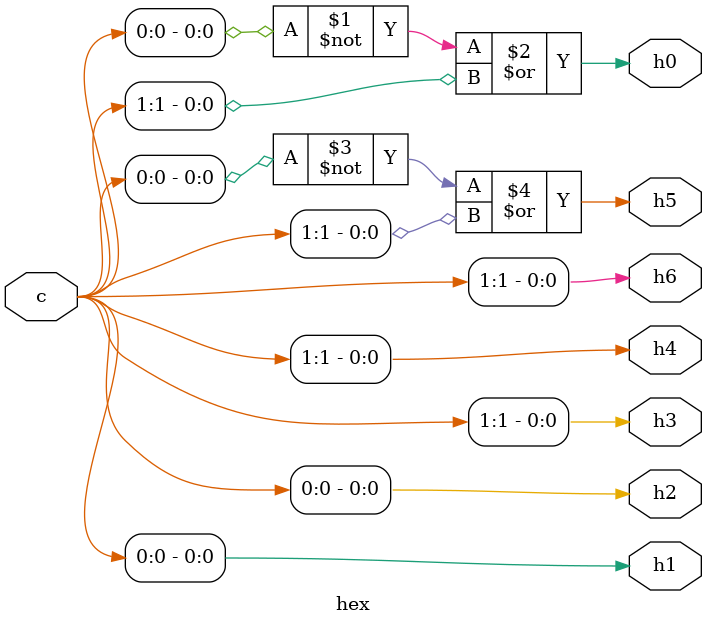
<source format=v>
module part4 (KEY, CLOCK_50, HEX0, HEX1, HEX2, HEX3, HEX4, HEX5);
	input [0:0] KEY;
	input CLOCK_50;
	output [6:0] HEX0;
	output [6:0] HEX1;
	output [6:0] HEX2;
	output [6:0] HEX3;
	output [6:0] HEX4;
	output [6:0] HEX5;
	
	wire reset;
	assign reset = KEY[0];
	
	reg [25:0] slow_count;
	reg [2:0] digit;
	
	always @(posedge CLOCK_50)
	begin
	if(reset == 1'b0)
		begin
			slow_count <= 26'b0;
			digit <= 3'b0;
		end
	else
		if(slow_count == 50000000)
		begin
			slow_count <= 26'b0;
			digit <= digit + 1;
			if(digit == 5)
			digit <= 0;
		end
		else
			slow_count <= slow_count + 1;	
	end
	
	wire [1:0]c0;
	wire [1:0]c1;
	wire [1:0]c2;
	wire [1:0]c3;
	wire [1:0]c4;
	wire [1:0]c5;
	
	mux0 m0 (digit, c0);
	mux1 m1 (digit, c1);
	mux2 m2 (digit, c2);
	mux3 m3 (digit, c3);
	mux4 m4 (digit, c4);
	mux5 m5 (digit, c5);
	
	hex h0 (c0, HEX0[0], HEX0[1], HEX0[2], HEX0[3], HEX0[4], HEX0[5], HEX0[6]);
	hex h1 (c1, HEX1[0], HEX1[1], HEX1[2], HEX1[3], HEX1[4], HEX1[5], HEX1[6]);
	hex h2 (c2, HEX2[0], HEX2[1], HEX2[2], HEX2[3], HEX2[4], HEX2[5], HEX2[6]);
	hex h3 (c3, HEX3[0], HEX3[1], HEX3[2], HEX3[3], HEX3[4], HEX3[5], HEX3[6]);
	hex h4 (c4, HEX4[0], HEX4[1], HEX4[2], HEX4[3], HEX4[4], HEX4[5], HEX4[6]);
	hex h5 (c5, HEX5[0], HEX5[1], HEX5[2], HEX5[3], HEX5[4], HEX5[5], HEX5[6]);
	
endmodule


module mux0(digit, c);
	input [2:0] digit;
	output reg [1:0] c;
	
	always @(*)
	begin
		if(digit == 0)
		begin
			c[0] <=0;
			c[1] <=1;
		end
		else if(digit ==4)
		begin
			c[0] <=0;
			c[1] <=0;
		end
		else if(digit ==5)
		begin
			c[0] <=1;
			c[1] <=0;
		end
		else
		begin
			c[0] <=1;
			c[1] <=1;
		end
	end
endmodule


module mux1(digit, c);
	input [2:0] digit;
	output reg [1:0] c;
	
	always @(*)
	begin
		if(digit ==0)
		begin
			c[0] <=1;
			c[1] <=0;
		end
		else if(digit ==1)
		begin
			c[0] <=0;
			c[1] <=1;
		end
		else if(digit ==5)
		begin
			c[0] <=0;
			c[1] <=0;
		end
		else
		begin
			c[0] <=1;
			c[1] <=1;
		end
	end
endmodule


module mux2(digit, c);
	input [2:0] digit;
	output reg [1:0] c;
	
	always @(*)
	begin
		if(digit ==0)
		begin
			c[0] <=0;
			c[1] <=0;
		end
		else if(digit ==1)
		begin
			c[0] <=1;
			c[1] <=0;
		end
		else if(digit ==2)
		begin
			c[0] <=0;
			c[1] <=1;
		end
		else
		begin
			c[0] <=1;
			c[1] <=1;
		end
	end
endmodule


module mux3(digit, c);
	input [2:0] digit;
	output reg [1:0] c;
	
	always @(*)
	begin
		if(digit ==1)
		begin
			c[0] <=0;
			c[1] <=0;
		end
		else if(digit ==2)
		begin
			c[0] <=1;
			c[1] <=0;
		end
		else if(digit ==3)
		begin
			c[0] <=0;
			c[1] <=1;
		end
		else
		begin
			c[0] <=1;
			c[1] <=1;
		end
	end
endmodule


module mux4(digit, c);
	input [2:0] digit;
	output reg [1:0] c;
	
	always @(*)
	begin
		if(digit ==2)
		begin
			c[0] <=0;
			c[1] <=0;
		end
		else if(digit ==3)
		begin
			c[0] <=1;
			c[1] <=0;
		end
		else if(digit ==4)
		begin
			c[0] <=0;
			c[1] <=1;
		end
		else
		begin
			c[0] <=1;
			c[1] <=1;
		end
	end
endmodule


module mux5(digit, c);
	input [2:0] digit;
	output reg [1:0] c;
	
	always @(*)
	begin
		if(digit ==3)
		begin
			c[0] <=0;
			c[1] <=0;
		end
		else if(digit ==4)
		begin
			c[0] <=1;
			c[1] <=0;
		end
		else if(digit ==5)
		begin
			c[0] <=0;
			c[1] <=1;
		end
		else
		begin
			c[0] <=1;
			c[1] <=1;
		end
	end
endmodule


module hex (c, h0, h1, h2, h3, h4, h5, h6);
	input [1:0] c;
	output h0, h1, h2, h3, h4, h5, h6;
	
	assign h0 = ~c[0] | c[1];
	assign h1 = c[0];
	assign h2 = c[0];
	assign h3 = c[1];
	assign h4 = c[1];
	assign h5 = ~c[0] | c[1];
	assign h6 = c[1];
endmodule


</source>
